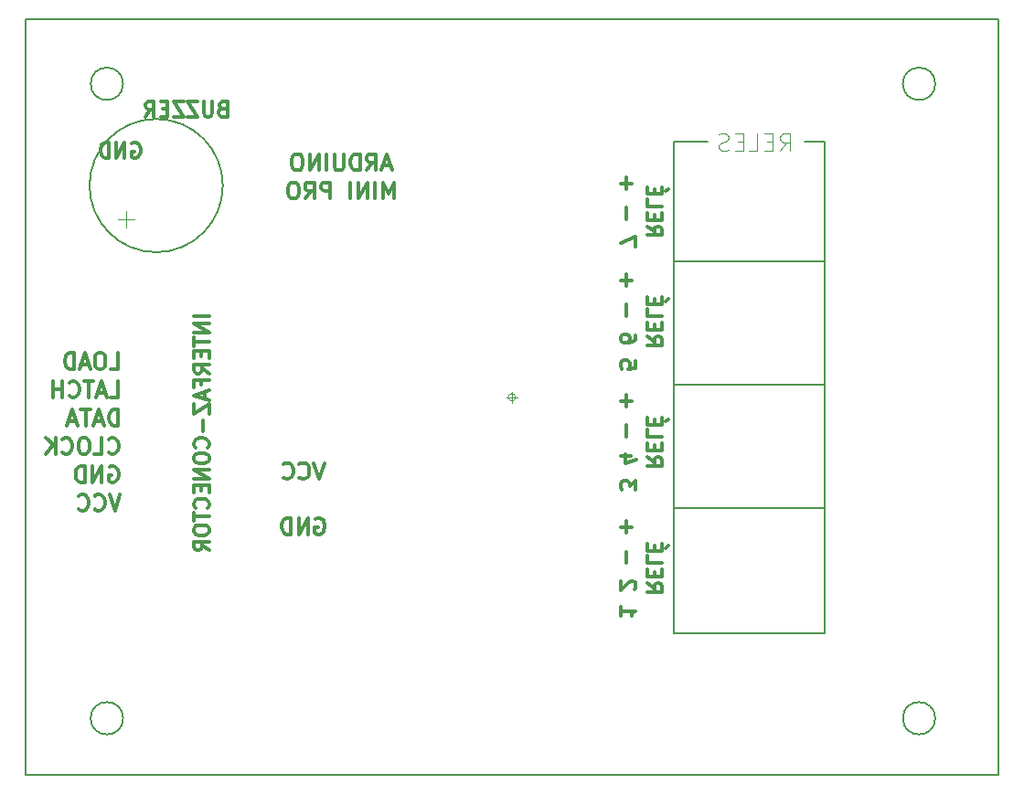
<source format=gbo>
%TF.GenerationSoftware,KiCad,Pcbnew,5.1.10*%
%TF.CreationDate,2021-07-26T03:00:59+02:00*%
%TF.ProjectId,OFICINA-TELE-ENCHUFES-RELES,4f464943-494e-4412-9d54-454c452d454e,rev?*%
%TF.SameCoordinates,Original*%
%TF.FileFunction,Legend,Bot*%
%TF.FilePolarity,Positive*%
%FSLAX45Y45*%
G04 Gerber Fmt 4.5, Leading zero omitted, Abs format (unit mm)*
G04 Created by KiCad (PCBNEW 5.1.10) date 2021-07-26 03:00:59*
%MOMM*%
%LPD*%
G01*
G04 APERTURE LIST*
%TA.AperFunction,Profile*%
%ADD10C,0.100000*%
%TD*%
%ADD11C,0.375000*%
%ADD12C,0.350000*%
%TA.AperFunction,Profile*%
%ADD13C,0.200000*%
%TD*%
%ADD14C,0.100000*%
%ADD15C,0.150000*%
G04 APERTURE END LIST*
D10*
X16113533Y-8260100D02*
G75*
G03*
X16113533Y-8260100I-33333J0D01*
G01*
X16030200Y-8260100D02*
X16130200Y-8260100D01*
X16080200Y-8210100D02*
X16080200Y-8310100D01*
D11*
X12360553Y-7999307D02*
X12431982Y-7999307D01*
X12431982Y-7849307D01*
X12281982Y-7849307D02*
X12253411Y-7849307D01*
X12239125Y-7856450D01*
X12224839Y-7870736D01*
X12217696Y-7899307D01*
X12217696Y-7949307D01*
X12224839Y-7977878D01*
X12239125Y-7992164D01*
X12253411Y-7999307D01*
X12281982Y-7999307D01*
X12296268Y-7992164D01*
X12310553Y-7977878D01*
X12317696Y-7949307D01*
X12317696Y-7899307D01*
X12310553Y-7870736D01*
X12296268Y-7856450D01*
X12281982Y-7849307D01*
X12160553Y-7956450D02*
X12089125Y-7956450D01*
X12174839Y-7999307D02*
X12124839Y-7849307D01*
X12074839Y-7999307D01*
X12024839Y-7999307D02*
X12024839Y-7849307D01*
X11989125Y-7849307D01*
X11967696Y-7856450D01*
X11953411Y-7870736D01*
X11946268Y-7885021D01*
X11939125Y-7913593D01*
X11939125Y-7935021D01*
X11946268Y-7963593D01*
X11953411Y-7977878D01*
X11967696Y-7992164D01*
X11989125Y-7999307D01*
X12024839Y-7999307D01*
X12360553Y-8261807D02*
X12431982Y-8261807D01*
X12431982Y-8111807D01*
X12317696Y-8218950D02*
X12246268Y-8218950D01*
X12331982Y-8261807D02*
X12281982Y-8111807D01*
X12231982Y-8261807D01*
X12203411Y-8111807D02*
X12117696Y-8111807D01*
X12160553Y-8261807D02*
X12160553Y-8111807D01*
X11981982Y-8247521D02*
X11989125Y-8254664D01*
X12010553Y-8261807D01*
X12024839Y-8261807D01*
X12046268Y-8254664D01*
X12060553Y-8240378D01*
X12067696Y-8226093D01*
X12074839Y-8197521D01*
X12074839Y-8176093D01*
X12067696Y-8147521D01*
X12060553Y-8133236D01*
X12046268Y-8118950D01*
X12024839Y-8111807D01*
X12010553Y-8111807D01*
X11989125Y-8118950D01*
X11981982Y-8126093D01*
X11917696Y-8261807D02*
X11917696Y-8111807D01*
X11917696Y-8183236D02*
X11831982Y-8183236D01*
X11831982Y-8261807D02*
X11831982Y-8111807D01*
X12431982Y-8524307D02*
X12431982Y-8374307D01*
X12396268Y-8374307D01*
X12374839Y-8381450D01*
X12360553Y-8395736D01*
X12353411Y-8410021D01*
X12346268Y-8438593D01*
X12346268Y-8460021D01*
X12353411Y-8488593D01*
X12360553Y-8502879D01*
X12374839Y-8517164D01*
X12396268Y-8524307D01*
X12431982Y-8524307D01*
X12289125Y-8481450D02*
X12217696Y-8481450D01*
X12303411Y-8524307D02*
X12253411Y-8374307D01*
X12203411Y-8524307D01*
X12174839Y-8374307D02*
X12089125Y-8374307D01*
X12131982Y-8524307D02*
X12131982Y-8374307D01*
X12046268Y-8481450D02*
X11974839Y-8481450D01*
X12060553Y-8524307D02*
X12010553Y-8374307D01*
X11960553Y-8524307D01*
X12346268Y-8772521D02*
X12353411Y-8779664D01*
X12374839Y-8786807D01*
X12389125Y-8786807D01*
X12410553Y-8779664D01*
X12424839Y-8765379D01*
X12431982Y-8751093D01*
X12439125Y-8722521D01*
X12439125Y-8701093D01*
X12431982Y-8672521D01*
X12424839Y-8658236D01*
X12410553Y-8643950D01*
X12389125Y-8636807D01*
X12374839Y-8636807D01*
X12353411Y-8643950D01*
X12346268Y-8651093D01*
X12210553Y-8786807D02*
X12281982Y-8786807D01*
X12281982Y-8636807D01*
X12131982Y-8636807D02*
X12103411Y-8636807D01*
X12089125Y-8643950D01*
X12074839Y-8658236D01*
X12067696Y-8686807D01*
X12067696Y-8736807D01*
X12074839Y-8765379D01*
X12089125Y-8779664D01*
X12103411Y-8786807D01*
X12131982Y-8786807D01*
X12146268Y-8779664D01*
X12160553Y-8765379D01*
X12167696Y-8736807D01*
X12167696Y-8686807D01*
X12160553Y-8658236D01*
X12146268Y-8643950D01*
X12131982Y-8636807D01*
X11917696Y-8772521D02*
X11924839Y-8779664D01*
X11946268Y-8786807D01*
X11960553Y-8786807D01*
X11981982Y-8779664D01*
X11996268Y-8765379D01*
X12003411Y-8751093D01*
X12010553Y-8722521D01*
X12010553Y-8701093D01*
X12003411Y-8672521D01*
X11996268Y-8658236D01*
X11981982Y-8643950D01*
X11960553Y-8636807D01*
X11946268Y-8636807D01*
X11924839Y-8643950D01*
X11917696Y-8651093D01*
X11853411Y-8786807D02*
X11853411Y-8636807D01*
X11767696Y-8786807D02*
X11831982Y-8701093D01*
X11767696Y-8636807D02*
X11853411Y-8722521D01*
X12353411Y-8906450D02*
X12367696Y-8899307D01*
X12389125Y-8899307D01*
X12410553Y-8906450D01*
X12424839Y-8920736D01*
X12431982Y-8935021D01*
X12439125Y-8963593D01*
X12439125Y-8985021D01*
X12431982Y-9013593D01*
X12424839Y-9027879D01*
X12410553Y-9042164D01*
X12389125Y-9049307D01*
X12374839Y-9049307D01*
X12353411Y-9042164D01*
X12346268Y-9035021D01*
X12346268Y-8985021D01*
X12374839Y-8985021D01*
X12281982Y-9049307D02*
X12281982Y-8899307D01*
X12196268Y-9049307D01*
X12196268Y-8899307D01*
X12124839Y-9049307D02*
X12124839Y-8899307D01*
X12089125Y-8899307D01*
X12067696Y-8906450D01*
X12053411Y-8920736D01*
X12046268Y-8935021D01*
X12039125Y-8963593D01*
X12039125Y-8985021D01*
X12046268Y-9013593D01*
X12053411Y-9027879D01*
X12067696Y-9042164D01*
X12089125Y-9049307D01*
X12124839Y-9049307D01*
X12453411Y-9161807D02*
X12403411Y-9311807D01*
X12353411Y-9161807D01*
X12217696Y-9297521D02*
X12224839Y-9304664D01*
X12246268Y-9311807D01*
X12260553Y-9311807D01*
X12281982Y-9304664D01*
X12296268Y-9290379D01*
X12303411Y-9276093D01*
X12310553Y-9247521D01*
X12310553Y-9226093D01*
X12303411Y-9197521D01*
X12296268Y-9183236D01*
X12281982Y-9168950D01*
X12260553Y-9161807D01*
X12246268Y-9161807D01*
X12224839Y-9168950D01*
X12217696Y-9176093D01*
X12067696Y-9297521D02*
X12074839Y-9304664D01*
X12096268Y-9311807D01*
X12110553Y-9311807D01*
X12131982Y-9304664D01*
X12146268Y-9290379D01*
X12153411Y-9276093D01*
X12160553Y-9247521D01*
X12160553Y-9226093D01*
X12153411Y-9197521D01*
X12146268Y-9183236D01*
X12131982Y-9168950D01*
X12110553Y-9161807D01*
X12096268Y-9161807D01*
X12074839Y-9168950D01*
X12067696Y-9176093D01*
D12*
X13399600Y-5585800D02*
X13379600Y-5592467D01*
X13372933Y-5599133D01*
X13366267Y-5612467D01*
X13366267Y-5632467D01*
X13372933Y-5645800D01*
X13379600Y-5652467D01*
X13392933Y-5659133D01*
X13446267Y-5659133D01*
X13446267Y-5519133D01*
X13399600Y-5519133D01*
X13386267Y-5525800D01*
X13379600Y-5532467D01*
X13372933Y-5545800D01*
X13372933Y-5559133D01*
X13379600Y-5572467D01*
X13386267Y-5579133D01*
X13399600Y-5585800D01*
X13446267Y-5585800D01*
X13306267Y-5519133D02*
X13306267Y-5632467D01*
X13299600Y-5645800D01*
X13292933Y-5652467D01*
X13279600Y-5659133D01*
X13252933Y-5659133D01*
X13239600Y-5652467D01*
X13232933Y-5645800D01*
X13226267Y-5632467D01*
X13226267Y-5519133D01*
X13172933Y-5519133D02*
X13079600Y-5519133D01*
X13172933Y-5659133D01*
X13079600Y-5659133D01*
X13039600Y-5519133D02*
X12946267Y-5519133D01*
X13039600Y-5659133D01*
X12946267Y-5659133D01*
X12892933Y-5585800D02*
X12846267Y-5585800D01*
X12826267Y-5659133D02*
X12892933Y-5659133D01*
X12892933Y-5519133D01*
X12826267Y-5519133D01*
X12686267Y-5659133D02*
X12732933Y-5592467D01*
X12766267Y-5659133D02*
X12766267Y-5519133D01*
X12712933Y-5519133D01*
X12699600Y-5525800D01*
X12692933Y-5532467D01*
X12686267Y-5545800D01*
X12686267Y-5565800D01*
X12692933Y-5579133D01*
X12699600Y-5585800D01*
X12712933Y-5592467D01*
X12766267Y-5592467D01*
D11*
X14262586Y-9386400D02*
X14276871Y-9379257D01*
X14298300Y-9379257D01*
X14319728Y-9386400D01*
X14334014Y-9400686D01*
X14341157Y-9414971D01*
X14348300Y-9443543D01*
X14348300Y-9464971D01*
X14341157Y-9493543D01*
X14334014Y-9507829D01*
X14319728Y-9522114D01*
X14298300Y-9529257D01*
X14284014Y-9529257D01*
X14262586Y-9522114D01*
X14255443Y-9514971D01*
X14255443Y-9464971D01*
X14284014Y-9464971D01*
X14191157Y-9529257D02*
X14191157Y-9379257D01*
X14105443Y-9529257D01*
X14105443Y-9379257D01*
X14034014Y-9529257D02*
X14034014Y-9379257D01*
X13998300Y-9379257D01*
X13976871Y-9386400D01*
X13962586Y-9400686D01*
X13955443Y-9414971D01*
X13948300Y-9443543D01*
X13948300Y-9464971D01*
X13955443Y-9493543D01*
X13962586Y-9507829D01*
X13976871Y-9522114D01*
X13998300Y-9529257D01*
X14034014Y-9529257D01*
X14348300Y-8868657D02*
X14298300Y-9018657D01*
X14248300Y-8868657D01*
X14112586Y-9004371D02*
X14119728Y-9011514D01*
X14141157Y-9018657D01*
X14155443Y-9018657D01*
X14176871Y-9011514D01*
X14191157Y-8997229D01*
X14198300Y-8982943D01*
X14205443Y-8954371D01*
X14205443Y-8932943D01*
X14198300Y-8904371D01*
X14191157Y-8890086D01*
X14176871Y-8875800D01*
X14155443Y-8868657D01*
X14141157Y-8868657D01*
X14119728Y-8875800D01*
X14112586Y-8882943D01*
X13962586Y-9004371D02*
X13969728Y-9011514D01*
X13991157Y-9018657D01*
X14005443Y-9018657D01*
X14026871Y-9011514D01*
X14041157Y-8997229D01*
X14048300Y-8982943D01*
X14055443Y-8954371D01*
X14055443Y-8932943D01*
X14048300Y-8904371D01*
X14041157Y-8890086D01*
X14026871Y-8875800D01*
X14005443Y-8868657D01*
X13991157Y-8868657D01*
X13969728Y-8875800D01*
X13962586Y-8882943D01*
D12*
X13275533Y-7511900D02*
X13135533Y-7511900D01*
X13275533Y-7578567D02*
X13135533Y-7578567D01*
X13275533Y-7658567D01*
X13135533Y-7658567D01*
X13135533Y-7705233D02*
X13135533Y-7785233D01*
X13275533Y-7745233D02*
X13135533Y-7745233D01*
X13202200Y-7831900D02*
X13202200Y-7878567D01*
X13275533Y-7898567D02*
X13275533Y-7831900D01*
X13135533Y-7831900D01*
X13135533Y-7898567D01*
X13275533Y-8038567D02*
X13208867Y-7991900D01*
X13275533Y-7958567D02*
X13135533Y-7958567D01*
X13135533Y-8011900D01*
X13142200Y-8025233D01*
X13148867Y-8031900D01*
X13162200Y-8038567D01*
X13182200Y-8038567D01*
X13195533Y-8031900D01*
X13202200Y-8025233D01*
X13208867Y-8011900D01*
X13208867Y-7958567D01*
X13202200Y-8145233D02*
X13202200Y-8098567D01*
X13275533Y-8098567D02*
X13135533Y-8098567D01*
X13135533Y-8165233D01*
X13235533Y-8211900D02*
X13235533Y-8278567D01*
X13275533Y-8198567D02*
X13135533Y-8245233D01*
X13275533Y-8291900D01*
X13135533Y-8325233D02*
X13135533Y-8418567D01*
X13275533Y-8325233D01*
X13275533Y-8418567D01*
X13222200Y-8471900D02*
X13222200Y-8578567D01*
X13262200Y-8725233D02*
X13268867Y-8718567D01*
X13275533Y-8698567D01*
X13275533Y-8685233D01*
X13268867Y-8665233D01*
X13255533Y-8651900D01*
X13242200Y-8645233D01*
X13215533Y-8638567D01*
X13195533Y-8638567D01*
X13168867Y-8645233D01*
X13155533Y-8651900D01*
X13142200Y-8665233D01*
X13135533Y-8685233D01*
X13135533Y-8698567D01*
X13142200Y-8718567D01*
X13148867Y-8725233D01*
X13135533Y-8811900D02*
X13135533Y-8838567D01*
X13142200Y-8851900D01*
X13155533Y-8865233D01*
X13182200Y-8871900D01*
X13228867Y-8871900D01*
X13255533Y-8865233D01*
X13268867Y-8851900D01*
X13275533Y-8838567D01*
X13275533Y-8811900D01*
X13268867Y-8798567D01*
X13255533Y-8785233D01*
X13228867Y-8778567D01*
X13182200Y-8778567D01*
X13155533Y-8785233D01*
X13142200Y-8798567D01*
X13135533Y-8811900D01*
X13275533Y-8931900D02*
X13135533Y-8931900D01*
X13275533Y-9011900D01*
X13135533Y-9011900D01*
X13202200Y-9078567D02*
X13202200Y-9125233D01*
X13275533Y-9145233D02*
X13275533Y-9078567D01*
X13135533Y-9078567D01*
X13135533Y-9145233D01*
X13262200Y-9285233D02*
X13268867Y-9278567D01*
X13275533Y-9258567D01*
X13275533Y-9245233D01*
X13268867Y-9225233D01*
X13255533Y-9211900D01*
X13242200Y-9205233D01*
X13215533Y-9198567D01*
X13195533Y-9198567D01*
X13168867Y-9205233D01*
X13155533Y-9211900D01*
X13142200Y-9225233D01*
X13135533Y-9245233D01*
X13135533Y-9258567D01*
X13142200Y-9278567D01*
X13148867Y-9285233D01*
X13135533Y-9325233D02*
X13135533Y-9405233D01*
X13275533Y-9365233D02*
X13135533Y-9365233D01*
X13135533Y-9478567D02*
X13135533Y-9505233D01*
X13142200Y-9518567D01*
X13155533Y-9531900D01*
X13182200Y-9538567D01*
X13228867Y-9538567D01*
X13255533Y-9531900D01*
X13268867Y-9518567D01*
X13275533Y-9505233D01*
X13275533Y-9478567D01*
X13268867Y-9465233D01*
X13255533Y-9451900D01*
X13228867Y-9445233D01*
X13182200Y-9445233D01*
X13155533Y-9451900D01*
X13142200Y-9465233D01*
X13135533Y-9478567D01*
X13275533Y-9678567D02*
X13208867Y-9631900D01*
X13275533Y-9598567D02*
X13135533Y-9598567D01*
X13135533Y-9651900D01*
X13142200Y-9665233D01*
X13148867Y-9671900D01*
X13162200Y-9678567D01*
X13182200Y-9678567D01*
X13195533Y-9671900D01*
X13202200Y-9665233D01*
X13208867Y-9651900D01*
X13208867Y-9598567D01*
X17332167Y-9982500D02*
X17398833Y-10029167D01*
X17332167Y-10062500D02*
X17472167Y-10062500D01*
X17472167Y-10009167D01*
X17465500Y-9995833D01*
X17458833Y-9989167D01*
X17445500Y-9982500D01*
X17425500Y-9982500D01*
X17412167Y-9989167D01*
X17405500Y-9995833D01*
X17398833Y-10009167D01*
X17398833Y-10062500D01*
X17405500Y-9922500D02*
X17405500Y-9875833D01*
X17332167Y-9855833D02*
X17332167Y-9922500D01*
X17472167Y-9922500D01*
X17472167Y-9855833D01*
X17332167Y-9729167D02*
X17332167Y-9795833D01*
X17472167Y-9795833D01*
X17405500Y-9682500D02*
X17405500Y-9635833D01*
X17332167Y-9615833D02*
X17332167Y-9682500D01*
X17472167Y-9682500D01*
X17472167Y-9615833D01*
X17525500Y-9635833D02*
X17505500Y-9655833D01*
X17087167Y-10202500D02*
X17087167Y-10282500D01*
X17087167Y-10242500D02*
X17227167Y-10242500D01*
X17207167Y-10255833D01*
X17193833Y-10269167D01*
X17187167Y-10282500D01*
X17213833Y-10042500D02*
X17220500Y-10035833D01*
X17227167Y-10022500D01*
X17227167Y-9989167D01*
X17220500Y-9975833D01*
X17213833Y-9969167D01*
X17200500Y-9962500D01*
X17187167Y-9962500D01*
X17167167Y-9969167D01*
X17087167Y-10049167D01*
X17087167Y-9962500D01*
X17140500Y-9795833D02*
X17140500Y-9689167D01*
X17140500Y-9515833D02*
X17140500Y-9409167D01*
X17087167Y-9462500D02*
X17193833Y-9462500D01*
X17332167Y-8813300D02*
X17398833Y-8859967D01*
X17332167Y-8893300D02*
X17472167Y-8893300D01*
X17472167Y-8839967D01*
X17465500Y-8826633D01*
X17458833Y-8819967D01*
X17445500Y-8813300D01*
X17425500Y-8813300D01*
X17412167Y-8819967D01*
X17405500Y-8826633D01*
X17398833Y-8839967D01*
X17398833Y-8893300D01*
X17405500Y-8753300D02*
X17405500Y-8706633D01*
X17332167Y-8686633D02*
X17332167Y-8753300D01*
X17472167Y-8753300D01*
X17472167Y-8686633D01*
X17332167Y-8559967D02*
X17332167Y-8626633D01*
X17472167Y-8626633D01*
X17405500Y-8513300D02*
X17405500Y-8466633D01*
X17332167Y-8446633D02*
X17332167Y-8513300D01*
X17472167Y-8513300D01*
X17472167Y-8446633D01*
X17525500Y-8466633D02*
X17505500Y-8486633D01*
X17227167Y-9119967D02*
X17227167Y-9033300D01*
X17173833Y-9079967D01*
X17173833Y-9059967D01*
X17167167Y-9046633D01*
X17160500Y-9039967D01*
X17147167Y-9033300D01*
X17113833Y-9033300D01*
X17100500Y-9039967D01*
X17093833Y-9046633D01*
X17087167Y-9059967D01*
X17087167Y-9099967D01*
X17093833Y-9113300D01*
X17100500Y-9119967D01*
X17180500Y-8806633D02*
X17087167Y-8806633D01*
X17233833Y-8839967D02*
X17133833Y-8873300D01*
X17133833Y-8786633D01*
X17140500Y-8626633D02*
X17140500Y-8519967D01*
X17140500Y-8346633D02*
X17140500Y-8239967D01*
X17087167Y-8293300D02*
X17193833Y-8293300D01*
X17332167Y-7695900D02*
X17398833Y-7742567D01*
X17332167Y-7775900D02*
X17472167Y-7775900D01*
X17472167Y-7722567D01*
X17465500Y-7709233D01*
X17458833Y-7702567D01*
X17445500Y-7695900D01*
X17425500Y-7695900D01*
X17412167Y-7702567D01*
X17405500Y-7709233D01*
X17398833Y-7722567D01*
X17398833Y-7775900D01*
X17405500Y-7635900D02*
X17405500Y-7589233D01*
X17332167Y-7569233D02*
X17332167Y-7635900D01*
X17472167Y-7635900D01*
X17472167Y-7569233D01*
X17332167Y-7442567D02*
X17332167Y-7509233D01*
X17472167Y-7509233D01*
X17405500Y-7395900D02*
X17405500Y-7349233D01*
X17332167Y-7329233D02*
X17332167Y-7395900D01*
X17472167Y-7395900D01*
X17472167Y-7329233D01*
X17525500Y-7349233D02*
X17505500Y-7369233D01*
X17227167Y-7922567D02*
X17227167Y-7989233D01*
X17160500Y-7995900D01*
X17167167Y-7989233D01*
X17173833Y-7975900D01*
X17173833Y-7942567D01*
X17167167Y-7929233D01*
X17160500Y-7922567D01*
X17147167Y-7915900D01*
X17113833Y-7915900D01*
X17100500Y-7922567D01*
X17093833Y-7929233D01*
X17087167Y-7942567D01*
X17087167Y-7975900D01*
X17093833Y-7989233D01*
X17100500Y-7995900D01*
X17227167Y-7689233D02*
X17227167Y-7715900D01*
X17220500Y-7729233D01*
X17213833Y-7735900D01*
X17193833Y-7749233D01*
X17167167Y-7755900D01*
X17113833Y-7755900D01*
X17100500Y-7749233D01*
X17093833Y-7742567D01*
X17087167Y-7729233D01*
X17087167Y-7702567D01*
X17093833Y-7689233D01*
X17100500Y-7682567D01*
X17113833Y-7675900D01*
X17147167Y-7675900D01*
X17160500Y-7682567D01*
X17167167Y-7689233D01*
X17173833Y-7702567D01*
X17173833Y-7729233D01*
X17167167Y-7742567D01*
X17160500Y-7749233D01*
X17147167Y-7755900D01*
X17140500Y-7509233D02*
X17140500Y-7402567D01*
X17140500Y-7229233D02*
X17140500Y-7122567D01*
X17087167Y-7175900D02*
X17193833Y-7175900D01*
X17332167Y-6678300D02*
X17398833Y-6724967D01*
X17332167Y-6758300D02*
X17472167Y-6758300D01*
X17472167Y-6704967D01*
X17465500Y-6691633D01*
X17458833Y-6684967D01*
X17445500Y-6678300D01*
X17425500Y-6678300D01*
X17412167Y-6684967D01*
X17405500Y-6691633D01*
X17398833Y-6704967D01*
X17398833Y-6758300D01*
X17405500Y-6618300D02*
X17405500Y-6571633D01*
X17332167Y-6551633D02*
X17332167Y-6618300D01*
X17472167Y-6618300D01*
X17472167Y-6551633D01*
X17332167Y-6424967D02*
X17332167Y-6491633D01*
X17472167Y-6491633D01*
X17405500Y-6378300D02*
X17405500Y-6331633D01*
X17332167Y-6311633D02*
X17332167Y-6378300D01*
X17472167Y-6378300D01*
X17472167Y-6311633D01*
X17525500Y-6331633D02*
X17505500Y-6351633D01*
X17227167Y-6864967D02*
X17227167Y-6771633D01*
X17087167Y-6831633D01*
X17140500Y-6611633D02*
X17140500Y-6504967D01*
X17140500Y-6331633D02*
X17140500Y-6224967D01*
X17087167Y-6278300D02*
X17193833Y-6278300D01*
D11*
X14958043Y-6114350D02*
X14886614Y-6114350D01*
X14972328Y-6157207D02*
X14922328Y-6007207D01*
X14872328Y-6157207D01*
X14736614Y-6157207D02*
X14786614Y-6085778D01*
X14822328Y-6157207D02*
X14822328Y-6007207D01*
X14765186Y-6007207D01*
X14750900Y-6014350D01*
X14743757Y-6021493D01*
X14736614Y-6035778D01*
X14736614Y-6057207D01*
X14743757Y-6071493D01*
X14750900Y-6078636D01*
X14765186Y-6085778D01*
X14822328Y-6085778D01*
X14672328Y-6157207D02*
X14672328Y-6007207D01*
X14636614Y-6007207D01*
X14615186Y-6014350D01*
X14600900Y-6028636D01*
X14593757Y-6042921D01*
X14586614Y-6071493D01*
X14586614Y-6092921D01*
X14593757Y-6121493D01*
X14600900Y-6135778D01*
X14615186Y-6150064D01*
X14636614Y-6157207D01*
X14672328Y-6157207D01*
X14522328Y-6007207D02*
X14522328Y-6128636D01*
X14515186Y-6142921D01*
X14508043Y-6150064D01*
X14493757Y-6157207D01*
X14465186Y-6157207D01*
X14450900Y-6150064D01*
X14443757Y-6142921D01*
X14436614Y-6128636D01*
X14436614Y-6007207D01*
X14365186Y-6157207D02*
X14365186Y-6007207D01*
X14293757Y-6157207D02*
X14293757Y-6007207D01*
X14208043Y-6157207D01*
X14208043Y-6007207D01*
X14108043Y-6007207D02*
X14079471Y-6007207D01*
X14065186Y-6014350D01*
X14050900Y-6028636D01*
X14043757Y-6057207D01*
X14043757Y-6107207D01*
X14050900Y-6135778D01*
X14065186Y-6150064D01*
X14079471Y-6157207D01*
X14108043Y-6157207D01*
X14122328Y-6150064D01*
X14136614Y-6135778D01*
X14143757Y-6107207D01*
X14143757Y-6057207D01*
X14136614Y-6028636D01*
X14122328Y-6014350D01*
X14108043Y-6007207D01*
X14986614Y-6419707D02*
X14986614Y-6269707D01*
X14936614Y-6376850D01*
X14886614Y-6269707D01*
X14886614Y-6419707D01*
X14815186Y-6419707D02*
X14815186Y-6269707D01*
X14743757Y-6419707D02*
X14743757Y-6269707D01*
X14658043Y-6419707D01*
X14658043Y-6269707D01*
X14586614Y-6419707D02*
X14586614Y-6269707D01*
X14400900Y-6419707D02*
X14400900Y-6269707D01*
X14343757Y-6269707D01*
X14329471Y-6276850D01*
X14322328Y-6283993D01*
X14315186Y-6298278D01*
X14315186Y-6319707D01*
X14322328Y-6333993D01*
X14329471Y-6341136D01*
X14343757Y-6348278D01*
X14400900Y-6348278D01*
X14165186Y-6419707D02*
X14215186Y-6348278D01*
X14250900Y-6419707D02*
X14250900Y-6269707D01*
X14193757Y-6269707D01*
X14179471Y-6276850D01*
X14172328Y-6283993D01*
X14165186Y-6298278D01*
X14165186Y-6319707D01*
X14172328Y-6333993D01*
X14179471Y-6341136D01*
X14193757Y-6348278D01*
X14250900Y-6348278D01*
X14072328Y-6269707D02*
X14043757Y-6269707D01*
X14029471Y-6276850D01*
X14015186Y-6291136D01*
X14008043Y-6319707D01*
X14008043Y-6369707D01*
X14015186Y-6398278D01*
X14029471Y-6412564D01*
X14043757Y-6419707D01*
X14072328Y-6419707D01*
X14086614Y-6412564D01*
X14100900Y-6398278D01*
X14108043Y-6369707D01*
X14108043Y-6319707D01*
X14100900Y-6291136D01*
X14086614Y-6276850D01*
X14072328Y-6269707D01*
D13*
X11576020Y-11759890D02*
X11576020Y-4759890D01*
X20585020Y-4759890D02*
X11576020Y-4759890D01*
X20585020Y-11759890D02*
X20585020Y-4759890D01*
X11576020Y-11759890D02*
X20585020Y-11759890D01*
X20000600Y-11234300D02*
G75*
G03*
X20000600Y-11234300I-150000J0D01*
G01*
X20000600Y-5355900D02*
G75*
G03*
X20000600Y-5355900I-150000J0D01*
G01*
X12479900Y-5355900D02*
G75*
G03*
X12479900Y-5355900I-150000J0D01*
G01*
X12479900Y-11234300D02*
G75*
G03*
X12479900Y-11234300I-150000J0D01*
G01*
D14*
X12583790Y-6615586D02*
X12431409Y-6615586D01*
X12507600Y-6691776D02*
X12507600Y-6539395D01*
D12*
X12562567Y-5907700D02*
X12575900Y-5901033D01*
X12595900Y-5901033D01*
X12615900Y-5907700D01*
X12629233Y-5921033D01*
X12635900Y-5934367D01*
X12642567Y-5961033D01*
X12642567Y-5981033D01*
X12635900Y-6007700D01*
X12629233Y-6021033D01*
X12615900Y-6034367D01*
X12595900Y-6041033D01*
X12582567Y-6041033D01*
X12562567Y-6034367D01*
X12555900Y-6027700D01*
X12555900Y-5981033D01*
X12582567Y-5981033D01*
X12495900Y-6041033D02*
X12495900Y-5901033D01*
X12415900Y-6041033D01*
X12415900Y-5901033D01*
X12349233Y-6041033D02*
X12349233Y-5901033D01*
X12315900Y-5901033D01*
X12295900Y-5907700D01*
X12282567Y-5921033D01*
X12275900Y-5934367D01*
X12269233Y-5961033D01*
X12269233Y-5981033D01*
X12275900Y-6007700D01*
X12282567Y-6021033D01*
X12295900Y-6034367D01*
X12315900Y-6041033D01*
X12349233Y-6041033D01*
D15*
X13403925Y-6299000D02*
G75*
G03*
X13403925Y-6299000I-617225J0D01*
G01*
X17579100Y-7002400D02*
X18976100Y-7002400D01*
X18976100Y-8146600D02*
X17579100Y-8146600D01*
X17579100Y-9288400D02*
X18976100Y-9288400D01*
X17579100Y-5891300D02*
X17579100Y-10444100D01*
X18976100Y-10444100D02*
X17579100Y-10444100D01*
X18976100Y-10444100D02*
X18976100Y-5892960D01*
D14*
X18566490Y-5975501D02*
X18619824Y-5899310D01*
X18657919Y-5975501D02*
X18657919Y-5815501D01*
X18596967Y-5815501D01*
X18581729Y-5823120D01*
X18574110Y-5830739D01*
X18566490Y-5845977D01*
X18566490Y-5868834D01*
X18574110Y-5884072D01*
X18581729Y-5891691D01*
X18596967Y-5899310D01*
X18657919Y-5899310D01*
X18497919Y-5891691D02*
X18444586Y-5891691D01*
X18421729Y-5975501D02*
X18497919Y-5975501D01*
X18497919Y-5815501D01*
X18421729Y-5815501D01*
X18276967Y-5975501D02*
X18353157Y-5975501D01*
X18353157Y-5815501D01*
X18223633Y-5891691D02*
X18170300Y-5891691D01*
X18147443Y-5975501D02*
X18223633Y-5975501D01*
X18223633Y-5815501D01*
X18147443Y-5815501D01*
X18086490Y-5967882D02*
X18063633Y-5975501D01*
X18025538Y-5975501D01*
X18010300Y-5967882D01*
X18002681Y-5960263D01*
X17995062Y-5945025D01*
X17995062Y-5929787D01*
X18002681Y-5914548D01*
X18010300Y-5906929D01*
X18025538Y-5899310D01*
X18056014Y-5891691D01*
X18071252Y-5884072D01*
X18078871Y-5876453D01*
X18086490Y-5861215D01*
X18086490Y-5845977D01*
X18078871Y-5830739D01*
X18071252Y-5823120D01*
X18056014Y-5815501D01*
X18017919Y-5815501D01*
X17995062Y-5823120D01*
D15*
X18787160Y-5893430D02*
X18976100Y-5892960D01*
X17891810Y-5891220D02*
X17579100Y-5891300D01*
M02*

</source>
